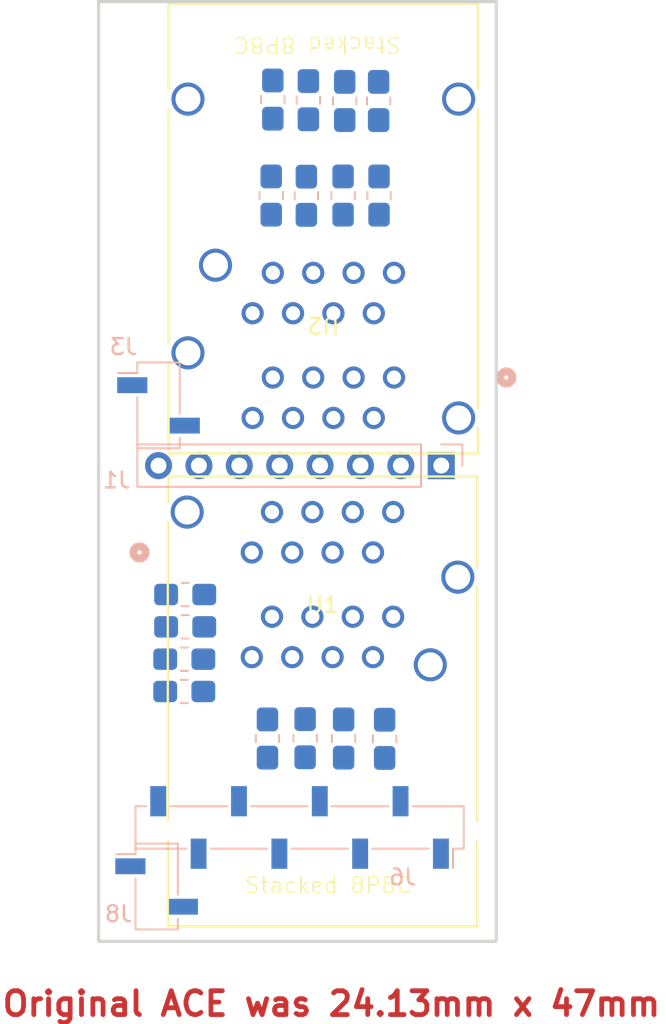
<source format=kicad_pcb>
(kicad_pcb (version 20240108) (generator "pcbnew") (generator_version "8.0")
  (layers (0 "F.Cu" signal) (31 "B.Cu" signal) (34 "B.Paste" user) (35 "F.Paste" user) (36 "B.SilkS" user "B.Silkscreen") (37 "F.SilkS" user "F.Silkscreen") (38 "B.Mask" user) (39 "F.Mask" user) (44 "Edge.Cuts" user))
  (net 0 "")
  (net 1 "Net-(J1-Pin_8)")
  (net 2 "Net-(J1-Pin_3)")
  (net 3 "Net-(J1-Pin_5)")
  (net 4 "Net-(J1-Pin_1)")
  (net 5 "Net-(J1-Pin_7)")
  (net 6 "Net-(J1-Pin_2)")
  (net 7 "Net-(J1-Pin_6)")
  (net 8 "Net-(J1-Pin_4)")
  (net 9 "Net-(J3-Pin_2)")
  (net 10 "Net-(J6-Pin_7)")
  (net 11 "Net-(J6-Pin_6)")
  (net 12 "Net-(J6-Pin_4)")
  (net 13 "Net-(J6-Pin_8)")
  (net 14 "Net-(J6-Pin_5)")
  (net 15 "Net-(J6-Pin_3)")
  (net 16 "Net-(J6-Pin_1)")
  (net 17 "Net-(J6-Pin_2)")
  (net 18 "GND")
  (net 19 "Net-(J8-Pin_2)")
  (footprint "stem_piano_footprints:Stacked8P8C_noFrontPins" (layer "F.Cu") (at 127.127 145.565998)
    (property "Reference" "U1" (at 4.445 3.290001 0) (layer "F.SilkS"))
    (property "Value" "~")
    (fp_circle (center -7.0612 0) (end -6.6802 0) (stroke (width 0.508)) (fill none) (layer "B.SilkS"))
    (fp_line (start -5.2832 -4.773204) (end -5.2832 -3.175798) (stroke (width 0.1524)) (layer "F.SilkS"))
    (fp_line (start -5.2832 -1.904222) (end -5.2832 16.864203) (stroke (width 0.1524)) (layer "F.SilkS"))
    (fp_line (start -5.2832 18.135809) (end -5.2832 23.496997) (stroke (width 0.1524)) (layer "F.SilkS"))
    (fp_line (start -5.2832 23.496997) (end 14.1732 23.496997) (stroke (width 0.1524)) (layer "F.SilkS"))
    (fp_line (start 14.1732 -4.773204) (end -5.2832 -4.773204) (stroke (width 0.1524)) (layer "F.SilkS"))
    (fp_line (start 14.1732 0.914217) (end 14.1732 -4.773204) (stroke (width 0.1524)) (layer "F.SilkS"))
    (fp_line (start 14.1732 16.864203) (end 14.1732 2.185833) (stroke (width 0.1524)) (layer "F.SilkS"))
    (fp_line (start 14.1732 23.496997) (end 14.1732 18.135809) (stroke (width 0.1524)) (layer "F.SilkS"))
    (fp_circle (center -7.0612 0) (end -6.6802 0) (stroke (width 0.508)) (fill none) (layer "F.SilkS"))
    (fp_text user "Stacked 8P8C" (at -0.5 21.5 0) (layer "F.SilkS") (effects (font (thickness 0.1)) (justify left bottom)))
    (pad "" np_thru_hole circle (at -2.334999 12.930012) (size 3.2512 3.2512) (drill 3.2512) (layers "*.Cu" "*.Mask"))
    (pad "" np_thru_hole circle (at 11.224999 12.930012) (size 3.2512 3.2512) (drill 3.2512) (layers "*.Cu" "*.Mask"))
    (pad "1" thru_hole circle (at 0 0) (size 1.397 1.397) (drill 0.889) (layers "*.Cu" "*.Mask") (net 19 "Net-(J8-Pin_2)"))
    (pad "2" thru_hole circle (at 1.27 -2.54) (size 1.397 1.397) (drill 0.889) (layers "*.Cu" "*.Mask") (net 13 "Net-(J6-Pin_8)"))
    (pad "3" thru_hole circle (at 2.54 0) (size 1.397 1.397) (drill 0.889) (layers "*.Cu" "*.Mask") (net 19 "Net-(J8-Pin_2)"))
    (pad "4" thru_hole circle (at 3.81 -2.54) (size 1.397 1.397) (drill 0.889) (layers "*.Cu" "*.Mask") (net 19 "Net-(J8-Pin_2)"))
    (pad "5" thru_hole circle (at 5.08 0) (size 1.397 1.397) (drill 0.889) (layers "*.Cu" "*.Mask") (net 10 "Net-(J6-Pin_7)"))
    (pad "6" thru_hole circle (at 6.35 -2.54) (size 1.397 1.397) (drill 0.889) (layers "*.Cu" "*.Mask") (net 11 "Net-(J6-Pin_6)"))
    (pad "7" thru_hole circle (at 7.62 0) (size 1.397 1.397) (drill 0.889) (layers "*.Cu" "*.Mask") (net 19 "Net-(J8-Pin_2)"))
    (pad "8" thru_hole circle (at 8.89 -2.54) (size 1.397 1.397) (drill 0.889) (layers "*.Cu" "*.Mask") (net 14 "Net-(J6-Pin_5)"))
    (pad "9" thru_hole circle (at 0 6.580002) (size 1.397 1.397) (drill 0.889) (layers "*.Cu" "*.Mask") (net 19 "Net-(J8-Pin_2)"))
    (pad "10" thru_hole circle (at 1.27 4.040002) (size 1.397 1.397) (drill 0.889) (layers "*.Cu" "*.Mask") (net 12 "Net-(J6-Pin_4)"))
    (pad "11" thru_hole circle (at 2.54 6.580002) (size 1.397 1.397) (drill 0.889) (layers "*.Cu" "*.Mask") (net 19 "Net-(J8-Pin_2)"))
    (pad "12" thru_hole circle (at 3.81 4.040002) (size 1.397 1.397) (drill 0.889) (layers "*.Cu" "*.Mask") (net 19 "Net-(J8-Pin_2)"))
    (pad "13" thru_hole circle (at 5.08 6.580002) (size 1.397 1.397) (drill 0.889) (layers "*.Cu" "*.Mask") (net 15 "Net-(J6-Pin_3)"))
    (pad "14" thru_hole circle (at 6.35 4.040002) (size 1.397 1.397) (drill 0.889) (layers "*.Cu" "*.Mask") (net 17 "Net-(J6-Pin_2)"))
    (pad "15" thru_hole circle (at 7.62 6.580002) (size 1.397 1.397) (drill 0.889) (layers "*.Cu" "*.Mask") (net 19 "Net-(J8-Pin_2)"))
    (pad "16" thru_hole circle (at 8.89 4.040002) (size 1.397 1.397) (drill 0.889) (layers "*.Cu" "*.Mask") (net 16 "Net-(J6-Pin_1)"))
    (pad "17" thru_hole circle (at -4.064991 -2.54001) (size 2.0828 2.0828) (drill 1.5748) (layers "*.Cu" "*.Mask") (net 18 "GND"))
    (pad "18" thru_hole circle (at 12.955001 1.550025) (size 2.0828 2.0828) (drill 1.5748) (layers "*.Cu" "*.Mask"))
    (pad "19" thru_hole circle (at 11.224996 7.060021) (size 2.0828 2.0828) (drill 1.5748) (layers "*.Cu" "*.Mask"))
  )
  (footprint "stem_piano_footprints:Stacked8P8C" (layer "F.Cu") (at 136.0678 134.570602 180)
    (property "Reference" "U2" (at 4.445 3.290001 180) (layer "F.SilkS"))
    (property "Value" "~")
    (fp_circle (center -7.0612 0) (end -6.6802 0) (stroke (width 0.508)) (fill none) (layer "B.SilkS"))
    (fp_line (start 14.1732 23.496997) (end 14.1732 18.135809) (stroke (width 0.1524)) (layer "F.SilkS"))
    (fp_line (start 14.1732 16.864203) (end 14.1732 2.185833) (stroke (width 0.1524)) (layer "F.SilkS"))
    (fp_line (start 14.1732 0.914217) (end 14.1732 -4.773204) (stroke (width 0.1524)) (layer "F.SilkS"))
    (fp_line (start 14.1732 -4.773204) (end -5.2832 -4.773204) (stroke (width 0.1524)) (layer "F.SilkS"))
    (fp_line (start -5.2832 23.496997) (end 14.1732 23.496997) (stroke (width 0.1524)) (layer "F.SilkS"))
    (fp_line (start -5.2832 18.135809) (end -5.2832 23.496997) (stroke (width 0.1524)) (layer "F.SilkS"))
    (fp_line (start -5.2832 -1.904222) (end -5.2832 16.864203) (stroke (width 0.1524)) (layer "F.SilkS"))
    (fp_line (start -5.2832 -4.773204) (end -5.2832 -3.175798) (stroke (width 0.1524)) (layer "F.SilkS"))
    (fp_circle (center -7.0612 0) (end -6.6802 0) (stroke (width 0.508)) (fill none) (layer "F.SilkS"))
    (fp_text user "Stacked 8P8C" (at -0.5 21.5 180) (layer "F.SilkS") (effects (font (thickness 0.1)) (justify left bottom)))
    (pad "" np_thru_hole circle (at -2.334999 12.930012 180) (size 3.2512 3.2512) (drill 3.2512) (layers "*.Cu" "*.Mask"))
    (pad "" np_thru_hole circle (at 11.224999 12.930012 180) (size 3.2512 3.2512) (drill 3.2512) (layers "*.Cu" "*.Mask"))
    (pad "1" thru_hole circle (at 0 0 180) (size 1.397 1.397) (drill 0.889) (layers "*.Cu" "*.Mask") (net 9 "Net-(J3-Pin_2)"))
    (pad "2" thru_hole circle (at 1.27 -2.54 180) (size 1.397 1.397) (drill 0.889) (layers "*.Cu" "*.Mask") (net 1 "Net-(J1-Pin_8)"))
    (pad "3" thru_hole circle (at 2.54 0 180) (size 1.397 1.397) (drill 0.889) (layers "*.Cu" "*.Mask") (net 9 "Net-(J3-Pin_2)"))
    (pad "4" thru_hole circle (at 3.81 -2.54 180) (size 1.397 1.397) (drill 0.889) (layers "*.Cu" "*.Mask") (net 9 "Net-(J3-Pin_2)"))
    (pad "5" thru_hole circle (at 5.08 0 180) (size 1.397 1.397) (drill 0.889) (layers "*.Cu" "*.Mask") (net 5 "Net-(J1-Pin_7)"))
    (pad "6" thru_hole circle (at 6.35 -2.54 180) (size 1.397 1.397) (drill 0.889) (layers "*.Cu" "*.Mask") (net 7 "Net-(J1-Pin_6)"))
    (pad "7" thru_hole circle (at 7.62 0 180) (size 1.397 1.397) (drill 0.889) (layers "*.Cu" "*.Mask") (net 9 "Net-(J3-Pin_2)"))
    (pad "8" thru_hole circle (at 8.89 -2.54 180) (size 1.397 1.397) (drill 0.889) (layers "*.Cu" "*.Mask") (net 3 "Net-(J1-Pin_5)"))
    (pad "9" thru_hole circle (at 0 6.580002 180) (size 1.397 1.397) (drill 0.889) (layers "*.Cu" "*.Mask") (net 9 "Net-(J3-Pin_2)"))
    (pad "10" thru_hole circle (at 1.27 4.040002 180) (size 1.397 1.397) (drill 0.889) (layers "*.Cu" "*.Mask") (net 8 "Net-(J1-Pin_4)"))
    (pad "11" thru_hole circle (at 2.54 6.580002 180) (size 1.397 1.397) (drill 0.889) (layers "*.Cu" "*.Mask") (net 9 "Net-(J3-Pin_2)"))
    (pad "12" thru_hole circle (at 3.81 4.040002 180) (size 1.397 1.397) (drill 0.889) (layers "*.Cu" "*.Mask") (net 9 "Net-(J3-Pin_2)"))
    (pad "13" thru_hole circle (at 5.08 6.580002 180) (size 1.397 1.397) (drill 0.889) (layers "*.Cu" "*.Mask") (net 2 "Net-(J1-Pin_3)"))
    (pad "14" thru_hole circle (at 6.35 4.040002 180) (size 1.397 1.397) (drill 0.889) (layers "*.Cu" "*.Mask") (net 6 "Net-(J1-Pin_2)"))
    (pad "15" thru_hole circle (at 7.62 6.580002 180) (size 1.397 1.397) (drill 0.889) (layers "*.Cu" "*.Mask") (net 9 "Net-(J3-Pin_2)"))
    (pad "16" thru_hole circle (at 8.89 4.040002 180) (size 1.397 1.397) (drill 0.889) (layers "*.Cu" "*.Mask") (net 4 "Net-(J1-Pin_1)"))
    (pad "17" thru_hole circle (at -4.064991 -2.54001 180) (size 2.0828 2.0828) (drill 1.5748) (layers "*.Cu" "*.Mask") (net 18 "GND"))
    (pad "18" thru_hole circle (at 12.955001 1.550025 180) (size 2.0828 2.0828) (drill 1.5748) (layers "*.Cu" "*.Mask"))
    (pad "19" thru_hole circle (at 11.224996 7.060021 180) (size 2.0828 2.0828) (drill 1.5748) (layers "*.Cu" "*.Mask"))
    (pad "20" thru_hole circle (at -4.064998 17.500006 180) (size 2.0828 2.0828) (drill 1.5748) (layers "*.Cu" "*.Mask"))
    (pad "21" thru_hole circle (at 12.954998 17.500006 180) (size 2.0828 2.0828) (drill 1.5748) (layers "*.Cu" "*.Mask"))
  )
  (footprint "stem_piano_footprints:R_0805_2012_1.20x1.40mm_medpad" (layer "B.Cu") (at 122.936 148.209)
    (property "Reference" "R16" (hide yes))
    (property "Value" "R" (hide yes))
    (fp_line (start 0.227064 -0.735) (end -0.227064 -0.735) (stroke (width 0.12)) (layer "B.SilkS"))
    (fp_line (start 0.227064 0.735) (end -0.227064 0.735) (stroke (width 0.12)) (layer "B.SilkS"))
    (pad "1" smd roundrect (at -1.2 0) (size 1.5 1.35) (layers "B.Cu" "B.Paste" "B.Mask") (roundrect_rratio 0.208) (net 13 "Net-(J6-Pin_8)"))
    (pad "2" smd roundrect (at 1.2 0) (size 1.5 1.35) (layers "B.Cu" "B.Paste" "B.Mask") (roundrect_rratio 0.208) (net 18 "GND"))
  )
  (footprint "stem_piano_footprints:R_0805_2012_1.20x1.40mm_medpad" (layer "B.Cu") (at 135.48 157.28 90)
    (property "Reference" "R9" (hide yes))
    (property "Value" "R" (hide yes))
    (fp_line (start 0.227064 -0.735) (end -0.227064 -0.735) (stroke (width 0.12)) (layer "B.SilkS"))
    (fp_line (start 0.227064 0.735) (end -0.227064 0.735) (stroke (width 0.12)) (layer "B.SilkS"))
    (pad "1" smd roundrect (at -1.2 0 90) (size 1.5 1.35) (layers "B.Cu" "B.Paste" "B.Mask") (roundrect_rratio 0.208) (net 16 "Net-(J6-Pin_1)"))
    (pad "2" smd roundrect (at 1.2 0 90) (size 1.5 1.35) (layers "B.Cu" "B.Paste" "B.Mask") (roundrect_rratio 0.208) (net 18 "GND"))
  )
  (footprint "stem_piano_footprints:R_0805_2012_1.20x1.40mm_medpad" (layer "B.Cu") (at 135.1026 117.1894 -90)
    (property "Reference" "R8" (hide yes))
    (property "Value" "R" (hide yes))
    (fp_line (start 0.227064 0.735) (end -0.227064 0.735) (stroke (width 0.12)) (layer "B.SilkS"))
    (fp_line (start 0.227064 -0.735) (end -0.227064 -0.735) (stroke (width 0.12)) (layer "B.SilkS"))
    (pad "1" smd roundrect (at -1.2 0 270) (size 1.5 1.35) (layers "B.Cu" "B.Paste" "B.Mask") (roundrect_rratio 0.208) (net 1 "Net-(J1-Pin_8)"))
    (pad "2" smd roundrect (at 1.2 0 270) (size 1.5 1.35) (layers "B.Cu" "B.Paste" "B.Mask") (roundrect_rratio 0.208) (net 18 "GND"))
  )
  (footprint "stem_piano_footprints:R_0805_2012_1.20x1.40mm_medpad" (layer "B.Cu") (at 135.128 123.133 90)
    (property "Reference" "R4" (hide yes))
    (property "Value" "R" (hide yes))
    (fp_line (start 0.227064 -0.735) (end -0.227064 -0.735) (stroke (width 0.12)) (layer "B.SilkS"))
    (fp_line (start 0.227064 0.735) (end -0.227064 0.735) (stroke (width 0.12)) (layer "B.SilkS"))
    (pad "1" smd roundrect (at -1.2 0 90) (size 1.5 1.35) (layers "B.Cu" "B.Paste" "B.Mask") (roundrect_rratio 0.208) (net 8 "Net-(J1-Pin_4)"))
    (pad "2" smd roundrect (at 1.2 0 90) (size 1.5 1.35) (layers "B.Cu" "B.Paste" "B.Mask") (roundrect_rratio 0.208) (net 18 "GND"))
  )
  (footprint "stem_piano_footprints:R_0805_2012_1.20x1.40mm_medpad" (layer "B.Cu") (at 128.4478 117.1002 -90)
    (property "Reference" "R5" (hide yes))
    (property "Value" "R" (hide yes))
    (fp_line (start 0.227064 0.735) (end -0.227064 0.735) (stroke (width 0.12)) (layer "B.SilkS"))
    (fp_line (start 0.227064 -0.735) (end -0.227064 -0.735) (stroke (width 0.12)) (layer "B.SilkS"))
    (pad "1" smd roundrect (at -1.2 0 270) (size 1.5 1.35) (layers "B.Cu" "B.Paste" "B.Mask") (roundrect_rratio 0.208) (net 3 "Net-(J1-Pin_5)"))
    (pad "2" smd roundrect (at 1.2 0 270) (size 1.5 1.35) (layers "B.Cu" "B.Paste" "B.Mask") (roundrect_rratio 0.208) (net 18 "GND"))
  )
  (footprint "stem_piano_footprints:R_0805_2012_1.20x1.40mm_medpad" (layer "B.Cu") (at 122.936 150.241)
    (property "Reference" "R15" (hide yes))
    (property "Value" "R" (hide yes))
    (fp_line (start 0.227064 -0.735) (end -0.227064 -0.735) (stroke (width 0.12)) (layer "B.SilkS"))
    (fp_line (start 0.227064 0.735) (end -0.227064 0.735) (stroke (width 0.12)) (layer "B.SilkS"))
    (pad "1" smd roundrect (at -1.2 0) (size 1.5 1.35) (layers "B.Cu" "B.Paste" "B.Mask") (roundrect_rratio 0.208) (net 10 "Net-(J6-Pin_7)"))
    (pad "2" smd roundrect (at 1.2 0) (size 1.5 1.35) (layers "B.Cu" "B.Paste" "B.Mask") (roundrect_rratio 0.208) (net 18 "GND"))
  )
  (footprint "stem_piano_footprints:R_0805_2012_1.20x1.40mm_medpad" (layer "B.Cu") (at 132.8674 123.133 90)
    (property "Reference" "R3" (hide yes))
    (property "Value" "R" (hide yes))
    (fp_line (start 0.227064 -0.735) (end -0.227064 -0.735) (stroke (width 0.12)) (layer "B.SilkS"))
    (fp_line (start 0.227064 0.735) (end -0.227064 0.735) (stroke (width 0.12)) (layer "B.SilkS"))
    (pad "1" smd roundrect (at -1.2 0 90) (size 1.5 1.35) (layers "B.Cu" "B.Paste" "B.Mask") (roundrect_rratio 0.208) (net 2 "Net-(J1-Pin_3)"))
    (pad "2" smd roundrect (at 1.2 0 90) (size 1.5 1.35) (layers "B.Cu" "B.Paste" "B.Mask") (roundrect_rratio 0.208) (net 18 "GND"))
  )
  (footprint "stem_piano_footprints:R_0805_2012_1.20x1.40mm_medpad" (layer "B.Cu") (at 130.683 117.1386 -90)
    (property "Reference" "R6" (hide yes))
    (property "Value" "R" (hide yes))
    (fp_line (start 0.227064 0.735) (end -0.227064 0.735) (stroke (width 0.12)) (layer "B.SilkS"))
    (fp_line (start 0.227064 -0.735) (end -0.227064 -0.735) (stroke (width 0.12)) (layer "B.SilkS"))
    (pad "1" smd roundrect (at -1.2 0 270) (size 1.5 1.35) (layers "B.Cu" "B.Paste" "B.Mask") (roundrect_rratio 0.208) (net 7 "Net-(J1-Pin_6)"))
    (pad "2" smd roundrect (at 1.2 0 270) (size 1.5 1.35) (layers "B.Cu" "B.Paste" "B.Mask") (roundrect_rratio 0.208) (net 18 "GND"))
  )
  (footprint "stem_piano_footprints:R_0805_2012_1.20x1.40mm_medpad" (layer "B.Cu") (at 132.969 117.1894 -90)
    (property "Reference" "R7" (hide yes))
    (property "Value" "R" (hide yes))
    (fp_line (start 0.227064 0.735) (end -0.227064 0.735) (stroke (width 0.12)) (layer "B.SilkS"))
    (fp_line (start 0.227064 -0.735) (end -0.227064 -0.735) (stroke (width 0.12)) (layer "B.SilkS"))
    (pad "1" smd roundrect (at -1.2 0 270) (size 1.5 1.35) (layers "B.Cu" "B.Paste" "B.Mask") (roundrect_rratio 0.208) (net 5 "Net-(J1-Pin_7)"))
    (pad "2" smd roundrect (at 1.2 0 270) (size 1.5 1.35) (layers "B.Cu" "B.Paste" "B.Mask") (roundrect_rratio 0.208) (net 18 "GND"))
  )
  (footprint "stem_piano_footprints:R_0805_2012_1.20x1.40mm_medpad" (layer "B.Cu") (at 122.879 152.273)
    (property "Reference" "R14" (hide yes))
    (property "Value" "R" (hide yes))
    (fp_line (start 0.227064 -0.735) (end -0.227064 -0.735) (stroke (width 0.12)) (layer "B.SilkS"))
    (fp_line (start 0.227064 0.735) (end -0.227064 0.735) (stroke (width 0.12)) (layer "B.SilkS"))
    (pad "1" smd roundrect (at -1.2 0) (size 1.5 1.35) (layers "B.Cu" "B.Paste" "B.Mask") (roundrect_rratio 0.208) (net 11 "Net-(J6-Pin_6)"))
    (pad "2" smd roundrect (at 1.2 0) (size 1.5 1.35) (layers "B.Cu" "B.Paste" "B.Mask") (roundrect_rratio 0.208) (net 18 "GND"))
  )
  (footprint "Connector_PinSocket_2.54mm:PinSocket_1x08_P2.54mm_Vertical" (layer "B.Cu") (at 139.0396 140.1064 90)
    (property "Reference" "J1" (at -0.9144 -20.4216 0) (layer "B.SilkS") (effects (justify mirror)))
    (property "Value" "Conn_01x08_Socket" (hide yes))
    (fp_line (start 1.33 -19.11) (end -1.33 -19.11) (stroke (width 0.12)) (layer "B.SilkS"))
    (fp_line (start 1.33 -19.11) (end 1.33 -1.27) (stroke (width 0.12)) (layer "B.SilkS"))
    (fp_line (start -1.33 -19.11) (end -1.33 -1.27) (stroke (width 0.12)) (layer "B.SilkS"))
    (fp_line (start 1.33 -1.27) (end -1.33 -1.27) (stroke (width 0.12)) (layer "B.SilkS"))
    (fp_line (start 1.33 0) (end 1.33 1.33) (stroke (width 0.12)) (layer "B.SilkS"))
    (fp_line (start 1.33 1.33) (end 0 1.33) (stroke (width 0.12)) (layer "B.SilkS"))
    (pad "1" thru_hole rect (at 0 0 90) (size 1.7 1.7) (drill 1) (layers "*.Cu" "*.Mask") (net 4 "Net-(J1-Pin_1)"))
    (pad "2" thru_hole oval (at 0 -2.54 90) (size 1.7 1.7) (drill 1) (layers "*.Cu" "*.Mask") (net 6 "Net-(J1-Pin_2)"))
    (pad "3" thru_hole oval (at 0 -5.08 90) (size 1.7 1.7) (drill 1) (layers "*.Cu" "*.Mask") (net 2 "Net-(J1-Pin_3)"))
    (pad "4" thru_hole oval (at 0 -7.62 90) (size 1.7 1.7) (drill 1) (layers "*.Cu" "*.Mask") (net 8 "Net-(J1-Pin_4)"))
    (pad "5" thru_hole oval (at 0 -10.16 90) (size 1.7 1.7) (drill 1) (layers "*.Cu" "*.Mask") (net 3 "Net-(J1-Pin_5)"))
    (pad "6" thru_hole oval (at 0 -12.7 90) (size 1.7 1.7) (drill 1) (layers "*.Cu" "*.Mask") (net 7 "Net-(J1-Pin_6)"))
    (pad "7" thru_hole oval (at 0 -15.24 90) (size 1.7 1.7) (drill 1) (layers "*.Cu" "*.Mask") (net 5 "Net-(J1-Pin_7)"))
    (pad "8" thru_hole oval (at 0 -17.78 90) (size 1.7 1.7) (drill 1) (layers "*.Cu" "*.Mask") (net 1 "Net-(J1-Pin_8)"))
  )
  (footprint "Connector_PinSocket_2.54mm:PinSocket_1x08_P2.54mm_Vertical_SMD_Pin1Left" (layer "B.Cu") (at 130.13 162.85 90)
    (property "Reference" "J6" (at -3.1252 6.5024 0) (layer "B.SilkS") (effects (justify mirror)))
    (property "Value" "Conn_01x08_Socket" (hide yes))
    (fp_line (start 1.33 -10.32) (end -1.33 -10.32) (stroke (width 0.12)) (layer "B.SilkS"))
    (fp_line (start 1.33 -10.32) (end 1.33 -9.65) (stroke (width 0.12)) (layer "B.SilkS"))
    (fp_line (start -1.33 -10.32) (end -1.33 -7.11) (stroke (width 0.12)) (layer "B.SilkS"))
    (fp_line (start 1.33 -8.13) (end 1.33 -4.57) (stroke (width 0.12)) (layer "B.SilkS"))
    (fp_line (start -1.33 -5.59) (end -1.33 -2.03) (stroke (width 0.12)) (layer "B.SilkS"))
    (fp_line (start 1.33 -3.05) (end 1.33 0.51) (stroke (width 0.12)) (layer "B.SilkS"))
    (fp_line (start -1.33 -0.51) (end -1.33 3.05) (stroke (width 0.12)) (layer "B.SilkS"))
    (fp_line (start 1.33 2.03) (end 1.33 5.59) (stroke (width 0.12)) (layer "B.SilkS"))
    (fp_line (start -1.33 4.57) (end -1.33 8.13) (stroke (width 0.12)) (layer "B.SilkS"))
    (fp_line (start 1.33 7.11) (end 1.33 10.32) (stroke (width 0.12)) (layer "B.SilkS"))
    (fp_line (start -1.33 9.65) (end -2.54 9.65) (stroke (width 0.12)) (layer "B.SilkS"))
    (fp_line (start -1.33 9.65) (end -1.33 10.32) (stroke (width 0.12)) (layer "B.SilkS"))
    (fp_line (start 1.33 10.32) (end -1.33 10.32) (stroke (width 0.12)) (layer "B.SilkS"))
    (pad "1" smd rect (at -1.65 8.89 90) (size 1.9 1) (layers "B.Cu" "B.Paste" "B.Mask") (net 16 "Net-(J6-Pin_1)"))
    (pad "2" smd rect (at 1.65 6.35 90) (size 1.9 1) (layers "B.Cu" "B.Paste" "B.Mask") (net 17 "Net-(J6-Pin_2)"))
    (pad "3" smd rect (at -1.65 3.81 90) (size 1.9 1) (layers "B.Cu" "B.Paste" "B.Mask") (net 15 "Net-(J6-Pin_3)"))
    (pad "4" smd rect (at 1.65 1.27 90) (size 1.9 1) (layers "B.Cu" "B.Paste" "B.Mask") (net 12 "Net-(J6-Pin_4)"))
    (pad "5" smd rect (at -1.65 -1.27 90) (size 1.9 1) (layers "B.Cu" "B.Paste" "B.Mask") (net 14 "Net-(J6-Pin_5)"))
    (pad "6" smd rect (at 1.65 -3.81 90) (size 1.9 1) (layers "B.Cu" "B.Paste" "B.Mask") (net 11 "Net-(J6-Pin_6)"))
    (pad "7" smd rect (at -1.65 -6.35 90) (size 1.9 1) (layers "B.Cu" "B.Paste" "B.Mask") (net 10 "Net-(J6-Pin_7)"))
    (pad "8" smd rect (at 1.65 -8.89 90) (size 1.9 1) (layers "B.Cu" "B.Paste" "B.Mask") (net 13 "Net-(J6-Pin_8)"))
  )
  (footprint "stem_piano_footprints:R_0805_2012_1.20x1.40mm_medpad" (layer "B.Cu") (at 132.9 157.26 90)
    (property "Reference" "R10" (hide yes))
    (property "Value" "R" (hide yes))
    (fp_line (start 0.227064 -0.735) (end -0.227064 -0.735) (stroke (width 0.12)) (layer "B.SilkS"))
    (fp_line (start 0.227064 0.735) (end -0.227064 0.735) (stroke (width 0.12)) (layer "B.SilkS"))
    (pad "1" smd roundrect (at -1.2 0 90) (size 1.5 1.35) (layers "B.Cu" "B.Paste" "B.Mask") (roundrect_rratio 0.208) (net 17 "Net-(J6-Pin_2)"))
    (pad "2" smd roundrect (at 1.2 0 90) (size 1.5 1.35) (layers "B.Cu" "B.Paste" "B.Mask") (roundrect_rratio 0.208) (net 18 "GND"))
  )
  (footprint "Connector_PinSocket_2.54mm:PinSocket_1x02_P2.54mm_Vertical_SMD_Pin1Right" (layer "B.Cu") (at 121.14 166.56 180)
    (property "Reference" "J8" (at 2.3876 -1.7272 0) (layer "B.SilkS") (effects (justify mirror)))
    (property "Value" "Conn_01x02_Socket" (hide yes))
    (fp_line (start 2.54 2.03) (end 1.33 2.03) (stroke (width 0.12)) (layer "B.SilkS"))
    (fp_line (start 1.33 2.7) (end -1.33 2.7) (stroke (width 0.12)) (layer "B.SilkS"))
    (fp_line (start 1.33 2.03) (end 1.33 2.7) (stroke (width 0.12)) (layer "B.SilkS"))
    (fp_line (start 1.33 -2.7) (end 1.33 0.51) (stroke (width 0.12)) (layer "B.SilkS"))
    (fp_line (start 1.33 -2.7) (end -1.33 -2.7) (stroke (width 0.12)) (layer "B.SilkS"))
    (fp_line (start -1.33 -0.51) (end -1.33 2.7) (stroke (width 0.12)) (layer "B.SilkS"))
    (fp_line (start -1.33 -2.7) (end -1.33 -2.03) (stroke (width 0.12)) (layer "B.SilkS"))
    (pad "1" smd rect (at 1.65 1.27 180) (size 1.9 1) (layers "B.Cu" "B.Paste" "B.Mask") (net 18 "GND"))
    (pad "2" smd rect (at -1.65 -1.27 180) (size 1.9 1) (layers "B.Cu" "B.Paste" "B.Mask") (net 19 "Net-(J8-Pin_2)"))
  )
  (footprint "stem_piano_footprints:R_0805_2012_1.20x1.40mm_medpad" (layer "B.Cu") (at 128.11 157.26 90)
    (property "Reference" "R12" (hide yes))
    (property "Value" "R" (hide yes))
    (fp_line (start 0.227064 -0.735) (end -0.227064 -0.735) (stroke (width 0.12)) (layer "B.SilkS"))
    (fp_line (start 0.227064 0.735) (end -0.227064 0.735) (stroke (width 0.12)) (layer "B.SilkS"))
    (pad "1" smd roundrect (at -1.2 0 90) (size 1.5 1.35) (layers "B.Cu" "B.Paste" "B.Mask") (roundrect_rratio 0.208) (net 12 "Net-(J6-Pin_4)"))
    (pad "2" smd roundrect (at 1.2 0 90) (size 1.5 1.35) (layers "B.Cu" "B.Paste" "B.Mask") (roundrect_rratio 0.208) (net 18 "GND"))
  )
  (footprint "stem_piano_footprints:R_0805_2012_1.20x1.40mm_medpad" (layer "B.Cu") (at 128.3462 123.133 90)
    (property "Reference" "R1" (hide yes))
    (property "Value" "R" (hide yes))
    (fp_line (start 0.227064 -0.735) (end -0.227064 -0.735) (stroke (width 0.12)) (layer "B.SilkS"))
    (fp_line (start 0.227064 0.735) (end -0.227064 0.735) (stroke (width 0.12)) (layer "B.SilkS"))
    (pad "1" smd roundrect (at -1.2 0 90) (size 1.5 1.35) (layers "B.Cu" "B.Paste" "B.Mask") (roundrect_rratio 0.208) (net 4 "Net-(J1-Pin_1)"))
    (pad "2" smd roundrect (at 1.2 0 90) (size 1.5 1.35) (layers "B.Cu" "B.Paste" "B.Mask") (roundrect_rratio 0.208) (net 18 "GND"))
  )
  (footprint "stem_piano_footprints:R_0805_2012_1.20x1.40mm_medpad" (layer "B.Cu") (at 122.879 154.305)
    (property "Reference" "R13" (hide yes))
    (property "Value" "R" (hide yes))
    (fp_line (start 0.227064 -0.735) (end -0.227064 -0.735) (stroke (width 0.12)) (layer "B.SilkS"))
    (fp_line (start 0.227064 0.735) (end -0.227064 0.735) (stroke (width 0.12)) (layer "B.SilkS"))
    (pad "1" smd roundrect (at -1.2 0) (size 1.5 1.35) (layers "B.Cu" "B.Paste" "B.Mask") (roundrect_rratio 0.208) (net 14 "Net-(J6-Pin_5)"))
    (pad "2" smd roundrect (at 1.2 0) (size 1.5 1.35) (layers "B.Cu" "B.Paste" "B.Mask") (roundrect_rratio 0.208) (net 18 "GND"))
  )
  (footprint "stem_piano_footprints:R_0805_2012_1.20x1.40mm_medpad" (layer "B.Cu") (at 130.556 123.1454 90)
    (property "Reference" "R2" (hide yes))
    (property "Value" "R" (hide yes))
    (fp_line (start 0.227064 -0.735) (end -0.227064 -0.735) (stroke (width 0.12)) (layer "B.SilkS"))
    (fp_line (start 0.227064 0.735) (end -0.227064 0.735) (stroke (width 0.12)) (layer "B.SilkS"))
    (pad "1" smd roundrect (at -1.2 0 90) (size 1.5 1.35) (layers "B.Cu" "B.Paste" "B.Mask") (roundrect_rratio 0.208) (net 6 "Net-(J1-Pin_2)"))
    (pad "2" smd roundrect (at 1.2 0 90) (size 1.5 1.35) (layers "B.Cu" "B.Paste" "B.Mask") (roundrect_rratio 0.208) (net 18 "GND"))
  )
  (footprint "stem_piano_footprints:R_0805_2012_1.20x1.40mm_medpad" (layer "B.Cu") (at 130.48 157.24 90)
    (property "Reference" "R11" (hide yes))
    (property "Value" "R" (hide yes))
    (fp_line (start 0.227064 -0.735) (end -0.227064 -0.735) (stroke (width 0.12)) (layer "B.SilkS"))
    (fp_line (start 0.227064 0.735) (end -0.227064 0.735) (stroke (width 0.12)) (layer "B.SilkS"))
    (pad "1" smd roundrect (at -1.2 0 90) (size 1.5 1.35) (layers "B.Cu" "B.Paste" "B.Mask") (roundrect_rratio 0.208) (net 15 "Net-(J6-Pin_3)"))
    (pad "2" smd roundrect (at 1.2 0 90) (size 1.5 1.35) (layers "B.Cu" "B.Paste" "B.Mask") (roundrect_rratio 0.208) (net 18 "GND"))
  )
  (footprint "Connector_PinSocket_2.54mm:PinSocket_1x02_P2.54mm_Vertical_SMD_Pin1Right" (layer "B.Cu") (at 121.2596 136.3218 180)
    (property "Reference" "J3" (at 2.2088 3.683 0) (layer "B.SilkS") (effects (justify mirror)))
    (property "Value" "Conn_01x02_Socket" (hide yes))
    (fp_line (start 2.54 2.03) (end 1.33 2.03) (stroke (width 0.12)) (layer "B.SilkS"))
    (fp_line (start 1.33 2.7) (end -1.33 2.7) (stroke (width 0.12)) (layer "B.SilkS"))
    (fp_line (start 1.33 2.03) (end 1.33 2.7) (stroke (width 0.12)) (layer "B.SilkS"))
    (fp_line (start 1.33 -2.7) (end 1.33 0.51) (stroke (width 0.12)) (layer "B.SilkS"))
    (fp_line (start 1.33 -2.7) (end -1.33 -2.7) (stroke (width 0.12)) (layer "B.SilkS"))
    (fp_line (start -1.33 -0.51) (end -1.33 2.7) (stroke (width 0.12)) (layer "B.SilkS"))
    (fp_line (start -1.33 -2.7) (end -1.33 -2.03) (stroke (width 0.12)) (layer "B.SilkS"))
    (pad "1" smd rect (at 1.65 1.27 180) (size 1.9 1) (layers "B.Cu" "B.Paste" "B.Mask") (net 18 "GND"))
    (pad "2" smd rect (at -1.65 -1.27 180) (size 1.9 1) (layers "B.Cu" "B.Paste" "B.Mask") (net 9 "Net-(J3-Pin_2)"))
  )
  (gr_rect (start 117.494 110.9422) (end 142.494 170.0072) (stroke (width 0.2)) (fill none) (layer "Edge.Cuts"))
  (gr_text "Original ACE was 24.13mm x 47mm" (at 111.29 174.81 0) (layer "F.Cu") (effects (font (size 1.5 1.5) (thickness 0.3) (bold yes)) (justify left bottom)))
)
</source>
